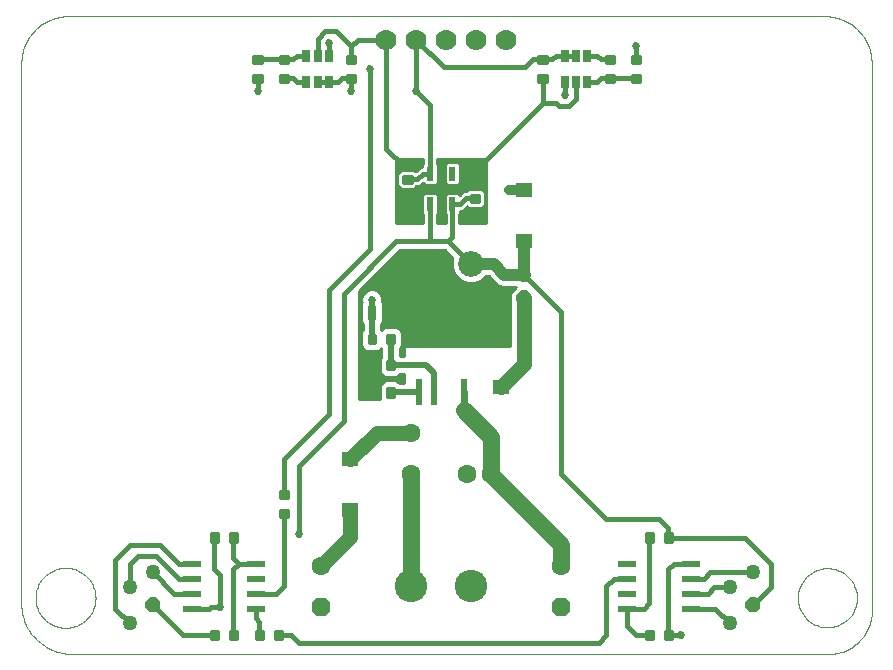
<source format=gtl>
G75*
%MOIN*%
%OFA0B0*%
%FSLAX24Y24*%
%IPPOS*%
%LPD*%
%AMOC8*
5,1,8,0,0,1.08239X$1,22.5*
%
%ADD10C,0.0000*%
%ADD11R,0.0256X0.0417*%
%ADD12OC8,0.0500*%
%ADD13C,0.0500*%
%ADD14OC8,0.0630*%
%ADD15C,0.0630*%
%ADD16C,0.0860*%
%ADD17R,0.0240X0.0870*%
%ADD18R,0.0315X0.0472*%
%ADD19R,0.0610X0.0236*%
%ADD20R,0.0579X0.0500*%
%ADD21C,0.0094*%
%ADD22C,0.0700*%
%ADD23C,0.1083*%
%ADD24R,0.0217X0.0472*%
%ADD25C,0.0160*%
%ADD26C,0.0270*%
%ADD27C,0.0500*%
%ADD28C,0.0100*%
%ADD29C,0.0400*%
%ADD30C,0.0240*%
%ADD31C,0.0550*%
%ADD32C,0.0200*%
%ADD33C,0.0320*%
D10*
X001975Y001286D02*
X027172Y001286D01*
X027245Y001295D01*
X027318Y001306D01*
X027390Y001322D01*
X027461Y001341D01*
X027531Y001364D01*
X027600Y001390D01*
X027668Y001420D01*
X027734Y001453D01*
X027798Y001490D01*
X027860Y001529D01*
X027920Y001572D01*
X027978Y001618D01*
X028033Y001666D01*
X028086Y001717D01*
X028136Y001771D01*
X028184Y001828D01*
X028228Y001887D01*
X028270Y001948D01*
X028308Y002010D01*
X028343Y002075D01*
X028375Y002142D01*
X028404Y002210D01*
X028428Y002279D01*
X028450Y002350D01*
X028468Y002421D01*
X028482Y002494D01*
X028492Y002567D01*
X028499Y002640D01*
X028502Y002714D01*
X028501Y002787D01*
X028497Y002861D01*
X028496Y002861D02*
X028496Y020971D01*
X028497Y020971D02*
X028495Y021048D01*
X028489Y021125D01*
X028480Y021202D01*
X028467Y021278D01*
X028450Y021354D01*
X028429Y021428D01*
X028405Y021502D01*
X028377Y021574D01*
X028346Y021644D01*
X028311Y021713D01*
X028273Y021781D01*
X028232Y021846D01*
X028187Y021909D01*
X028139Y021970D01*
X028089Y022029D01*
X028036Y022085D01*
X027980Y022138D01*
X027921Y022188D01*
X027860Y022236D01*
X027797Y022281D01*
X027732Y022322D01*
X027664Y022360D01*
X027595Y022395D01*
X027525Y022426D01*
X027453Y022454D01*
X027379Y022478D01*
X027305Y022499D01*
X027229Y022516D01*
X027153Y022529D01*
X027076Y022538D01*
X026999Y022544D01*
X026922Y022546D01*
X001725Y022546D01*
X001648Y022544D01*
X001571Y022538D01*
X001494Y022529D01*
X001418Y022516D01*
X001342Y022499D01*
X001268Y022478D01*
X001194Y022454D01*
X001122Y022426D01*
X001052Y022395D01*
X000983Y022360D01*
X000915Y022322D01*
X000850Y022281D01*
X000787Y022236D01*
X000726Y022188D01*
X000667Y022138D01*
X000611Y022085D01*
X000558Y022029D01*
X000508Y021970D01*
X000460Y021909D01*
X000415Y021846D01*
X000374Y021781D01*
X000336Y021713D01*
X000301Y021644D01*
X000270Y021574D01*
X000242Y021502D01*
X000218Y021428D01*
X000197Y021354D01*
X000180Y021278D01*
X000167Y021202D01*
X000158Y021125D01*
X000152Y021048D01*
X000150Y020971D01*
X000150Y002861D01*
X000626Y003156D02*
X000628Y003219D01*
X000634Y003281D01*
X000644Y003343D01*
X000657Y003405D01*
X000675Y003465D01*
X000696Y003524D01*
X000721Y003582D01*
X000750Y003638D01*
X000782Y003692D01*
X000817Y003744D01*
X000855Y003793D01*
X000897Y003841D01*
X000941Y003885D01*
X000989Y003927D01*
X001038Y003965D01*
X001090Y004000D01*
X001144Y004032D01*
X001200Y004061D01*
X001258Y004086D01*
X001317Y004107D01*
X001377Y004125D01*
X001439Y004138D01*
X001501Y004148D01*
X001563Y004154D01*
X001626Y004156D01*
X001689Y004154D01*
X001751Y004148D01*
X001813Y004138D01*
X001875Y004125D01*
X001935Y004107D01*
X001994Y004086D01*
X002052Y004061D01*
X002108Y004032D01*
X002162Y004000D01*
X002214Y003965D01*
X002263Y003927D01*
X002311Y003885D01*
X002355Y003841D01*
X002397Y003793D01*
X002435Y003744D01*
X002470Y003692D01*
X002502Y003638D01*
X002531Y003582D01*
X002556Y003524D01*
X002577Y003465D01*
X002595Y003405D01*
X002608Y003343D01*
X002618Y003281D01*
X002624Y003219D01*
X002626Y003156D01*
X002624Y003093D01*
X002618Y003031D01*
X002608Y002969D01*
X002595Y002907D01*
X002577Y002847D01*
X002556Y002788D01*
X002531Y002730D01*
X002502Y002674D01*
X002470Y002620D01*
X002435Y002568D01*
X002397Y002519D01*
X002355Y002471D01*
X002311Y002427D01*
X002263Y002385D01*
X002214Y002347D01*
X002162Y002312D01*
X002108Y002280D01*
X002052Y002251D01*
X001994Y002226D01*
X001935Y002205D01*
X001875Y002187D01*
X001813Y002174D01*
X001751Y002164D01*
X001689Y002158D01*
X001626Y002156D01*
X001563Y002158D01*
X001501Y002164D01*
X001439Y002174D01*
X001377Y002187D01*
X001317Y002205D01*
X001258Y002226D01*
X001200Y002251D01*
X001144Y002280D01*
X001090Y002312D01*
X001038Y002347D01*
X000989Y002385D01*
X000941Y002427D01*
X000897Y002471D01*
X000855Y002519D01*
X000817Y002568D01*
X000782Y002620D01*
X000750Y002674D01*
X000721Y002730D01*
X000696Y002788D01*
X000675Y002847D01*
X000657Y002907D01*
X000644Y002969D01*
X000634Y003031D01*
X000628Y003093D01*
X000626Y003156D01*
X000151Y002861D02*
X000158Y002780D01*
X000170Y002700D01*
X000186Y002620D01*
X000205Y002542D01*
X000228Y002464D01*
X000255Y002387D01*
X000285Y002312D01*
X000319Y002238D01*
X000356Y002166D01*
X000397Y002096D01*
X000441Y002028D01*
X000488Y001962D01*
X000538Y001898D01*
X000591Y001837D01*
X000648Y001779D01*
X000706Y001723D01*
X000768Y001670D01*
X000832Y001620D01*
X000898Y001573D01*
X000966Y001529D01*
X001036Y001489D01*
X001109Y001452D01*
X001182Y001418D01*
X001258Y001388D01*
X001334Y001362D01*
X001412Y001339D01*
X001491Y001320D01*
X001571Y001305D01*
X001651Y001294D01*
X001732Y001286D01*
X001813Y001282D01*
X001894Y001283D01*
X001975Y001287D01*
X026036Y003156D02*
X026038Y003218D01*
X026044Y003281D01*
X026054Y003342D01*
X026068Y003403D01*
X026085Y003463D01*
X026106Y003522D01*
X026132Y003579D01*
X026160Y003634D01*
X026192Y003688D01*
X026228Y003739D01*
X026266Y003789D01*
X026308Y003835D01*
X026352Y003879D01*
X026400Y003920D01*
X026449Y003958D01*
X026501Y003992D01*
X026555Y004023D01*
X026611Y004051D01*
X026669Y004075D01*
X026728Y004096D01*
X026788Y004112D01*
X026849Y004125D01*
X026911Y004134D01*
X026973Y004139D01*
X027036Y004140D01*
X027098Y004137D01*
X027160Y004130D01*
X027222Y004119D01*
X027282Y004104D01*
X027342Y004086D01*
X027400Y004064D01*
X027457Y004038D01*
X027512Y004008D01*
X027565Y003975D01*
X027616Y003939D01*
X027664Y003900D01*
X027710Y003857D01*
X027753Y003812D01*
X027793Y003764D01*
X027830Y003714D01*
X027864Y003661D01*
X027895Y003607D01*
X027921Y003551D01*
X027945Y003493D01*
X027964Y003433D01*
X027980Y003373D01*
X027992Y003311D01*
X028000Y003250D01*
X028004Y003187D01*
X028004Y003125D01*
X028000Y003062D01*
X027992Y003001D01*
X027980Y002939D01*
X027964Y002879D01*
X027945Y002819D01*
X027921Y002761D01*
X027895Y002705D01*
X027864Y002651D01*
X027830Y002598D01*
X027793Y002548D01*
X027753Y002500D01*
X027710Y002455D01*
X027664Y002412D01*
X027616Y002373D01*
X027565Y002337D01*
X027512Y002304D01*
X027457Y002274D01*
X027400Y002248D01*
X027342Y002226D01*
X027282Y002208D01*
X027222Y002193D01*
X027160Y002182D01*
X027098Y002175D01*
X027036Y002172D01*
X026973Y002173D01*
X026911Y002178D01*
X026849Y002187D01*
X026788Y002200D01*
X026728Y002216D01*
X026669Y002237D01*
X026611Y002261D01*
X026555Y002289D01*
X026501Y002320D01*
X026449Y002354D01*
X026400Y002392D01*
X026352Y002433D01*
X026308Y002477D01*
X026266Y002523D01*
X026228Y002573D01*
X026192Y002624D01*
X026160Y002678D01*
X026132Y002733D01*
X026106Y002790D01*
X026085Y002849D01*
X026068Y002909D01*
X026054Y002970D01*
X026044Y003031D01*
X026038Y003094D01*
X026036Y003156D01*
D11*
X019024Y020353D03*
X018650Y020353D03*
X018276Y020353D03*
X018276Y021219D03*
X018650Y021219D03*
X019024Y021219D03*
X010399Y021219D03*
X010025Y021219D03*
X009651Y021219D03*
X009651Y020353D03*
X010025Y020353D03*
X010399Y020353D03*
D12*
X016900Y013142D03*
X024531Y002906D03*
X004531Y002906D03*
D13*
X003769Y002306D03*
X003769Y003506D03*
X004531Y004006D03*
X016900Y013930D03*
X024531Y004006D03*
X023769Y003506D03*
X023769Y002306D03*
D14*
X018150Y002847D03*
X010150Y002847D03*
D15*
X010150Y004225D03*
X013150Y007286D03*
X013150Y008664D03*
X015006Y007286D03*
X015794Y007286D03*
X018150Y004225D03*
D16*
X015134Y014286D03*
X013166Y014286D03*
D17*
X013400Y012066D03*
X013900Y012066D03*
X014400Y012066D03*
X014900Y012066D03*
X014900Y010006D03*
X013900Y010006D03*
X013400Y010006D03*
D18*
X012544Y012661D03*
X011835Y012661D03*
D19*
X007963Y004286D03*
X007963Y003786D03*
X007963Y003286D03*
X007963Y002786D03*
X005837Y002786D03*
X005837Y003286D03*
X005837Y003786D03*
X005837Y004286D03*
X020337Y004286D03*
X020337Y003786D03*
X020337Y003286D03*
X020337Y002786D03*
X022463Y002786D03*
X022463Y003286D03*
X022463Y003786D03*
X022463Y004286D03*
D20*
X016150Y010190D03*
X016150Y011882D03*
X016900Y015065D03*
X016900Y016757D03*
X011123Y007769D03*
X011123Y006076D03*
D21*
X009040Y006081D02*
X009040Y005861D01*
X008760Y005861D01*
X008760Y006081D01*
X009040Y006081D01*
X009040Y005954D02*
X008760Y005954D01*
X008760Y006047D02*
X009040Y006047D01*
X009040Y006491D02*
X009040Y006711D01*
X009040Y006491D02*
X008760Y006491D01*
X008760Y006711D01*
X009040Y006711D01*
X009040Y006584D02*
X008760Y006584D01*
X008760Y006677D02*
X009040Y006677D01*
X007325Y005301D02*
X007105Y005301D01*
X007325Y005301D02*
X007325Y005021D01*
X007105Y005021D01*
X007105Y005301D01*
X007105Y005114D02*
X007325Y005114D01*
X007325Y005207D02*
X007105Y005207D01*
X007105Y005300D02*
X007325Y005300D01*
X006695Y005301D02*
X006475Y005301D01*
X006695Y005301D02*
X006695Y005021D01*
X006475Y005021D01*
X006475Y005301D01*
X006475Y005114D02*
X006695Y005114D01*
X006695Y005207D02*
X006475Y005207D01*
X006475Y005300D02*
X006695Y005300D01*
X006695Y001771D02*
X006475Y001771D01*
X006475Y002051D01*
X006695Y002051D01*
X006695Y001771D01*
X006695Y001864D02*
X006475Y001864D01*
X006475Y001957D02*
X006695Y001957D01*
X006695Y002050D02*
X006475Y002050D01*
X007105Y001771D02*
X007325Y001771D01*
X007105Y001771D02*
X007105Y002051D01*
X007325Y002051D01*
X007325Y001771D01*
X007325Y001864D02*
X007105Y001864D01*
X007105Y001957D02*
X007325Y001957D01*
X007325Y002050D02*
X007105Y002050D01*
X007975Y002051D02*
X008195Y002051D01*
X008195Y001771D01*
X007975Y001771D01*
X007975Y002051D01*
X007975Y001864D02*
X008195Y001864D01*
X008195Y001957D02*
X007975Y001957D01*
X007975Y002050D02*
X008195Y002050D01*
X008605Y002051D02*
X008825Y002051D01*
X008825Y001771D01*
X008605Y001771D01*
X008605Y002051D01*
X008605Y001864D02*
X008825Y001864D01*
X008825Y001957D02*
X008605Y001957D01*
X008605Y002050D02*
X008825Y002050D01*
X011725Y009866D02*
X011945Y009866D01*
X011725Y009866D02*
X011725Y010146D01*
X011945Y010146D01*
X011945Y009866D01*
X011945Y009959D02*
X011725Y009959D01*
X011725Y010052D02*
X011945Y010052D01*
X011945Y010145D02*
X011725Y010145D01*
X012355Y009866D02*
X012575Y009866D01*
X012355Y009866D02*
X012355Y010146D01*
X012575Y010146D01*
X012575Y009866D01*
X012575Y009959D02*
X012355Y009959D01*
X012355Y010052D02*
X012575Y010052D01*
X012575Y010145D02*
X012355Y010145D01*
X012355Y011051D02*
X012575Y011051D01*
X012575Y010771D01*
X012355Y010771D01*
X012355Y011051D01*
X012355Y010864D02*
X012575Y010864D01*
X012575Y010957D02*
X012355Y010957D01*
X012355Y011050D02*
X012575Y011050D01*
X011945Y011051D02*
X011725Y011051D01*
X011945Y011051D02*
X011945Y010771D01*
X011725Y010771D01*
X011725Y011051D01*
X011725Y010864D02*
X011945Y010864D01*
X011945Y010957D02*
X011725Y010957D01*
X011725Y011050D02*
X011945Y011050D01*
X011945Y011926D02*
X011725Y011926D01*
X011945Y011926D02*
X011945Y011646D01*
X011725Y011646D01*
X011725Y011926D01*
X011725Y011739D02*
X011945Y011739D01*
X011945Y011832D02*
X011725Y011832D01*
X011725Y011925D02*
X011945Y011925D01*
X012355Y011926D02*
X012575Y011926D01*
X012575Y011646D01*
X012355Y011646D01*
X012355Y011926D01*
X012355Y011739D02*
X012575Y011739D01*
X012575Y011832D02*
X012355Y011832D01*
X012355Y011925D02*
X012575Y011925D01*
X012885Y016361D02*
X012885Y016581D01*
X013165Y016581D01*
X013165Y016361D01*
X012885Y016361D01*
X012885Y016454D02*
X013165Y016454D01*
X013165Y016547D02*
X012885Y016547D01*
X012885Y016991D02*
X012885Y017211D01*
X013165Y017211D01*
X013165Y016991D01*
X012885Y016991D01*
X012885Y017084D02*
X013165Y017084D01*
X013165Y017177D02*
X012885Y017177D01*
X015415Y017211D02*
X015415Y016991D01*
X015135Y016991D01*
X015135Y017211D01*
X015415Y017211D01*
X015415Y017084D02*
X015135Y017084D01*
X015135Y017177D02*
X015415Y017177D01*
X015415Y016581D02*
X015415Y016361D01*
X015135Y016361D01*
X015135Y016581D01*
X015415Y016581D01*
X015415Y016454D02*
X015135Y016454D01*
X015135Y016547D02*
X015415Y016547D01*
X017385Y020361D02*
X017385Y020581D01*
X017665Y020581D01*
X017665Y020361D01*
X017385Y020361D01*
X017385Y020454D02*
X017665Y020454D01*
X017665Y020547D02*
X017385Y020547D01*
X017385Y020991D02*
X017385Y021211D01*
X017665Y021211D01*
X017665Y020991D01*
X017385Y020991D01*
X017385Y021084D02*
X017665Y021084D01*
X017665Y021177D02*
X017385Y021177D01*
X019635Y021211D02*
X019635Y020991D01*
X019635Y021211D02*
X019915Y021211D01*
X019915Y020991D01*
X019635Y020991D01*
X019635Y021084D02*
X019915Y021084D01*
X019915Y021177D02*
X019635Y021177D01*
X019635Y020581D02*
X019635Y020361D01*
X019635Y020581D02*
X019915Y020581D01*
X019915Y020361D01*
X019635Y020361D01*
X019635Y020454D02*
X019915Y020454D01*
X019915Y020547D02*
X019635Y020547D01*
X020790Y020581D02*
X020790Y020361D01*
X020510Y020361D01*
X020510Y020581D01*
X020790Y020581D01*
X020790Y020454D02*
X020510Y020454D01*
X020510Y020547D02*
X020790Y020547D01*
X020790Y020991D02*
X020790Y021211D01*
X020790Y020991D02*
X020510Y020991D01*
X020510Y021211D01*
X020790Y021211D01*
X020790Y021084D02*
X020510Y021084D01*
X020510Y021177D02*
X020790Y021177D01*
X011290Y021211D02*
X011290Y020991D01*
X011010Y020991D01*
X011010Y021211D01*
X011290Y021211D01*
X011290Y021084D02*
X011010Y021084D01*
X011010Y021177D02*
X011290Y021177D01*
X011290Y020581D02*
X011290Y020361D01*
X011010Y020361D01*
X011010Y020581D01*
X011290Y020581D01*
X011290Y020454D02*
X011010Y020454D01*
X011010Y020547D02*
X011290Y020547D01*
X009040Y020581D02*
X009040Y020361D01*
X008760Y020361D01*
X008760Y020581D01*
X009040Y020581D01*
X009040Y020454D02*
X008760Y020454D01*
X008760Y020547D02*
X009040Y020547D01*
X009040Y020991D02*
X009040Y021211D01*
X009040Y020991D02*
X008760Y020991D01*
X008760Y021211D01*
X009040Y021211D01*
X009040Y021084D02*
X008760Y021084D01*
X008760Y021177D02*
X009040Y021177D01*
X007885Y021211D02*
X007885Y020991D01*
X007885Y021211D02*
X008165Y021211D01*
X008165Y020991D01*
X007885Y020991D01*
X007885Y021084D02*
X008165Y021084D01*
X008165Y021177D02*
X007885Y021177D01*
X007885Y020581D02*
X007885Y020361D01*
X007885Y020581D02*
X008165Y020581D01*
X008165Y020361D01*
X007885Y020361D01*
X007885Y020454D02*
X008165Y020454D01*
X008165Y020547D02*
X007885Y020547D01*
X020975Y005301D02*
X021195Y005301D01*
X021195Y005021D01*
X020975Y005021D01*
X020975Y005301D01*
X020975Y005114D02*
X021195Y005114D01*
X021195Y005207D02*
X020975Y005207D01*
X020975Y005300D02*
X021195Y005300D01*
X021605Y005301D02*
X021825Y005301D01*
X021825Y005021D01*
X021605Y005021D01*
X021605Y005301D01*
X021605Y005114D02*
X021825Y005114D01*
X021825Y005207D02*
X021605Y005207D01*
X021605Y005300D02*
X021825Y005300D01*
X021825Y001771D02*
X021605Y001771D01*
X021605Y002051D01*
X021825Y002051D01*
X021825Y001771D01*
X021825Y001864D02*
X021605Y001864D01*
X021605Y001957D02*
X021825Y001957D01*
X021825Y002050D02*
X021605Y002050D01*
X021195Y001771D02*
X020975Y001771D01*
X020975Y002051D01*
X021195Y002051D01*
X021195Y001771D01*
X021195Y001864D02*
X020975Y001864D01*
X020975Y001957D02*
X021195Y001957D01*
X021195Y002050D02*
X020975Y002050D01*
D22*
X016323Y021758D03*
X015323Y021758D03*
X014323Y021758D03*
X013323Y021758D03*
X012323Y021758D03*
D23*
X013150Y003536D03*
X015150Y003536D03*
D24*
X014524Y016274D03*
X014150Y016274D03*
X013776Y016274D03*
X013776Y017298D03*
X014524Y017298D03*
D25*
X013776Y017298D02*
X013537Y017298D01*
X013340Y017101D01*
X013025Y017101D01*
X012900Y017536D02*
X012323Y018113D01*
X012323Y021758D01*
X011372Y021758D01*
X011150Y021536D01*
X011150Y021101D01*
X011150Y021536D02*
X010650Y022036D01*
X010275Y022036D01*
X010025Y021786D01*
X010025Y021219D01*
X009651Y021219D02*
X009333Y021219D01*
X009215Y021101D01*
X008900Y021101D01*
X008025Y021101D01*
X008025Y020471D02*
X008025Y020036D01*
X008900Y020471D02*
X009215Y020471D01*
X009333Y020353D01*
X009651Y020353D01*
X010025Y020353D02*
X010399Y020353D01*
X010717Y020353D01*
X010835Y020471D01*
X011150Y020471D01*
X011150Y020036D01*
X011775Y020786D02*
X011775Y014786D01*
X010400Y013411D01*
X010400Y009286D01*
X008900Y007786D01*
X008900Y006601D01*
X008900Y005971D02*
X008900Y003536D01*
X008650Y003286D01*
X007963Y003286D01*
X007963Y002786D02*
X007963Y002473D01*
X008085Y002351D01*
X008085Y001911D01*
X008715Y001911D02*
X009150Y001911D01*
X009400Y001661D01*
X019400Y001661D01*
X019650Y001911D01*
X019650Y003536D01*
X019900Y003786D01*
X020337Y003786D01*
X021085Y002971D02*
X020900Y002786D01*
X020337Y002786D01*
X020337Y002224D01*
X020650Y001911D01*
X021085Y001911D01*
X021715Y001911D02*
X022150Y001911D01*
X021715Y001911D02*
X021715Y004101D01*
X021900Y004286D01*
X022463Y004286D01*
X022463Y003786D02*
X022900Y003786D01*
X023120Y004006D01*
X024531Y004006D01*
X025150Y004286D02*
X025150Y003525D01*
X024531Y002906D01*
X023769Y002306D02*
X023289Y002786D01*
X022463Y002786D01*
X022463Y003286D02*
X023025Y003286D01*
X023245Y003506D01*
X023769Y003506D01*
X025150Y004286D02*
X024275Y005161D01*
X021715Y005161D01*
X021715Y005471D01*
X021400Y005786D01*
X019650Y005786D01*
X018150Y007286D01*
X018150Y012680D01*
X016900Y013930D01*
X015134Y014286D02*
X014384Y015036D01*
X013776Y015036D01*
X012650Y015036D01*
X010900Y013286D01*
X010900Y009036D01*
X009400Y007536D01*
X009400Y005286D01*
X007963Y004286D02*
X007400Y004286D01*
X007215Y004101D01*
X007215Y001911D01*
X006585Y001911D02*
X005526Y001911D01*
X004531Y002906D01*
X005251Y003286D02*
X004531Y004006D01*
X004650Y004536D02*
X004025Y004536D01*
X003769Y004280D01*
X003769Y003506D01*
X003275Y002800D02*
X003769Y002306D01*
X003275Y002800D02*
X003275Y004411D01*
X003775Y004911D01*
X004775Y004911D01*
X005400Y004286D01*
X005837Y004286D01*
X005837Y003786D02*
X005400Y003786D01*
X004650Y004536D01*
X005251Y003286D02*
X005837Y003286D01*
X006400Y002786D02*
X006461Y002847D01*
X006775Y002847D01*
X006775Y003911D01*
X006585Y004101D01*
X006585Y005161D01*
X007215Y005161D02*
X007215Y004471D01*
X007400Y004286D01*
X006400Y002786D02*
X005837Y002786D01*
X013776Y015036D02*
X013776Y016274D01*
X014524Y016274D02*
X014524Y015176D01*
X014384Y015036D01*
X014524Y016274D02*
X014763Y016274D01*
X014960Y016471D01*
X015275Y016471D01*
X015525Y017661D02*
X017525Y019661D01*
X017525Y020471D01*
X017525Y021101D02*
X017215Y021101D01*
X016948Y020834D01*
X014247Y020834D01*
X013323Y021758D01*
X013323Y020036D01*
X013775Y019584D01*
X013775Y017299D01*
X017525Y019661D02*
X017963Y019661D01*
X018088Y019536D01*
X018400Y019536D01*
X018650Y019786D01*
X018650Y020353D01*
X019024Y020353D02*
X019342Y020353D01*
X019460Y020471D01*
X019775Y020471D01*
X020650Y020471D01*
X020650Y021101D02*
X020650Y021536D01*
X019775Y021101D02*
X019460Y021101D01*
X019342Y021219D01*
X019024Y021219D01*
X018650Y021219D02*
X018276Y021219D01*
X017958Y021219D01*
X017840Y021101D01*
X017525Y021101D01*
X018276Y020353D02*
X018276Y019912D01*
X010399Y021219D02*
X010399Y021660D01*
X021085Y005161D02*
X021085Y002971D01*
D26*
X022150Y001911D03*
X009400Y005286D03*
X006775Y002847D03*
X011835Y013096D03*
X014150Y015786D03*
X016400Y016757D03*
X018276Y019912D03*
X020650Y021536D03*
X013323Y020036D03*
X011775Y020786D03*
X011150Y020036D03*
X010399Y021660D03*
X008025Y020036D03*
D27*
X016900Y013142D02*
X016900Y010940D01*
X016150Y010190D01*
X013150Y008664D02*
X012018Y008664D01*
X011123Y007769D01*
X011123Y006076D02*
X011123Y005198D01*
X010150Y004225D01*
D28*
X011400Y009786D02*
X011400Y013376D01*
X012770Y014746D01*
X014264Y014746D01*
X014524Y014486D01*
X014494Y014413D01*
X014494Y014159D01*
X014592Y013923D01*
X014772Y013743D01*
X015007Y013646D01*
X015262Y013646D01*
X015497Y013743D01*
X015629Y013876D01*
X015730Y013876D01*
X016024Y013582D01*
X016175Y013520D01*
X016627Y013520D01*
X016440Y013333D01*
X016440Y011536D01*
X012900Y011536D01*
X012900Y011221D01*
X012775Y011221D01*
X012775Y011482D01*
X012793Y011501D01*
X012832Y011595D01*
X012832Y011977D01*
X012793Y012071D01*
X012721Y012144D01*
X012626Y012183D01*
X012304Y012183D01*
X012209Y012144D01*
X012150Y012085D01*
X012145Y012090D01*
X012145Y012280D01*
X012203Y012338D01*
X012203Y012984D01*
X012174Y013013D01*
X012180Y013027D01*
X012180Y013165D01*
X012128Y013291D01*
X012030Y013389D01*
X011904Y013441D01*
X011766Y013441D01*
X011640Y013389D01*
X011543Y013291D01*
X011490Y013165D01*
X011490Y013027D01*
X011496Y013013D01*
X011468Y012984D01*
X011468Y012338D01*
X011525Y012280D01*
X011525Y012090D01*
X011507Y012071D01*
X011468Y011977D01*
X011468Y011595D01*
X011507Y011501D01*
X011579Y011428D01*
X011674Y011389D01*
X011996Y011389D01*
X012091Y011428D01*
X012150Y011487D01*
X012155Y011482D01*
X012155Y011215D01*
X012137Y011196D01*
X012097Y011102D01*
X012097Y010720D01*
X012137Y010626D01*
X012209Y010553D01*
X012304Y010514D01*
X012626Y010514D01*
X012721Y010553D01*
X012769Y010601D01*
X012900Y010601D01*
X012900Y010316D01*
X012769Y010316D01*
X012721Y010364D01*
X012626Y010403D01*
X012304Y010403D01*
X012209Y010364D01*
X012137Y010291D01*
X012097Y010197D01*
X012097Y009815D01*
X012110Y009786D01*
X011400Y009786D01*
X011400Y009856D02*
X012097Y009856D01*
X012097Y009954D02*
X011400Y009954D01*
X011400Y010053D02*
X012097Y010053D01*
X012097Y010151D02*
X011400Y010151D01*
X011400Y010250D02*
X012119Y010250D01*
X012193Y010348D02*
X011400Y010348D01*
X011400Y010447D02*
X012900Y010447D01*
X012900Y010545D02*
X012701Y010545D01*
X012737Y010348D02*
X012900Y010348D01*
X012229Y010545D02*
X011400Y010545D01*
X011400Y010644D02*
X012129Y010644D01*
X012097Y010742D02*
X011400Y010742D01*
X011400Y010841D02*
X012097Y010841D01*
X012097Y010939D02*
X011400Y010939D01*
X011400Y011038D02*
X012097Y011038D01*
X012112Y011136D02*
X011400Y011136D01*
X011400Y011235D02*
X012155Y011235D01*
X012155Y011333D02*
X011400Y011333D01*
X011400Y011432D02*
X011576Y011432D01*
X011494Y011530D02*
X011400Y011530D01*
X011400Y011629D02*
X011468Y011629D01*
X011468Y011727D02*
X011400Y011727D01*
X011400Y011826D02*
X011468Y011826D01*
X011468Y011924D02*
X011400Y011924D01*
X011400Y012023D02*
X011486Y012023D01*
X011525Y012121D02*
X011400Y012121D01*
X011400Y012220D02*
X011525Y012220D01*
X011487Y012318D02*
X011400Y012318D01*
X011400Y012417D02*
X011468Y012417D01*
X011468Y012515D02*
X011400Y012515D01*
X011400Y012614D02*
X011468Y012614D01*
X011468Y012712D02*
X011400Y012712D01*
X011400Y012811D02*
X011468Y012811D01*
X011468Y012909D02*
X011400Y012909D01*
X011400Y013008D02*
X011491Y013008D01*
X011490Y013106D02*
X011400Y013106D01*
X011400Y013205D02*
X011507Y013205D01*
X011554Y013303D02*
X011400Y013303D01*
X011426Y013402D02*
X011671Y013402D01*
X011524Y013500D02*
X016607Y013500D01*
X016509Y013402D02*
X011999Y013402D01*
X012116Y013303D02*
X016440Y013303D01*
X016440Y013205D02*
X012164Y013205D01*
X012180Y013106D02*
X016440Y013106D01*
X016440Y013008D02*
X012179Y013008D01*
X012203Y012909D02*
X016440Y012909D01*
X016440Y012811D02*
X012203Y012811D01*
X012203Y012712D02*
X016440Y012712D01*
X016440Y012614D02*
X012203Y012614D01*
X012203Y012515D02*
X016440Y012515D01*
X016440Y012417D02*
X012203Y012417D01*
X012183Y012318D02*
X016440Y012318D01*
X016440Y012220D02*
X012145Y012220D01*
X012145Y012121D02*
X012186Y012121D01*
X012744Y012121D02*
X016440Y012121D01*
X016440Y012023D02*
X012814Y012023D01*
X012832Y011924D02*
X016440Y011924D01*
X016440Y011826D02*
X012832Y011826D01*
X012832Y011727D02*
X016440Y011727D01*
X016440Y011629D02*
X012832Y011629D01*
X012805Y011530D02*
X012900Y011530D01*
X012900Y011432D02*
X012775Y011432D01*
X012775Y011333D02*
X012900Y011333D01*
X012900Y011235D02*
X012775Y011235D01*
X012155Y011432D02*
X012094Y011432D01*
X011623Y013599D02*
X016008Y013599D01*
X015909Y013697D02*
X015385Y013697D01*
X015549Y013796D02*
X015811Y013796D01*
X015150Y014302D02*
X015134Y014286D01*
X014494Y014288D02*
X012312Y014288D01*
X012214Y014190D02*
X014494Y014190D01*
X014522Y014091D02*
X012115Y014091D01*
X012017Y013993D02*
X014563Y013993D01*
X014621Y013894D02*
X011918Y013894D01*
X011820Y013796D02*
X014720Y013796D01*
X014884Y013697D02*
X011721Y013697D01*
X012411Y014387D02*
X014494Y014387D01*
X014524Y014485D02*
X012509Y014485D01*
X012608Y014584D02*
X014427Y014584D01*
X014328Y014682D02*
X012706Y014682D01*
X012650Y015661D02*
X012650Y017786D01*
X013545Y017786D01*
X013545Y017623D01*
X013518Y017596D01*
X013518Y017528D01*
X013442Y017528D01*
X013307Y017393D01*
X013284Y017371D01*
X013246Y017408D01*
X012804Y017408D01*
X012688Y017293D01*
X012688Y016909D01*
X012804Y016793D01*
X013246Y016793D01*
X013324Y016871D01*
X013435Y016871D01*
X013541Y016976D01*
X013606Y016912D01*
X013946Y016912D01*
X014034Y016999D01*
X014034Y017596D01*
X014005Y017625D01*
X014005Y017786D01*
X015650Y017786D01*
X015650Y015661D01*
X014754Y015661D01*
X014754Y015948D01*
X014782Y015976D01*
X014782Y016044D01*
X014858Y016044D01*
X014993Y016179D01*
X015016Y016201D01*
X015054Y016164D01*
X015496Y016164D01*
X015612Y016279D01*
X015612Y016663D01*
X015496Y016779D01*
X015054Y016779D01*
X014976Y016701D01*
X014865Y016701D01*
X014759Y016596D01*
X014694Y016660D01*
X014354Y016660D01*
X014266Y016573D01*
X014266Y015976D01*
X014294Y015948D01*
X014294Y015661D01*
X014006Y015661D01*
X014006Y015948D01*
X014034Y015976D01*
X014034Y016573D01*
X013946Y016660D01*
X013606Y016660D01*
X013518Y016573D01*
X013518Y015976D01*
X013546Y015948D01*
X013546Y015661D01*
X012650Y015661D01*
X012650Y015667D02*
X013546Y015667D01*
X013546Y015766D02*
X012650Y015766D01*
X012650Y015864D02*
X013546Y015864D01*
X013531Y015963D02*
X012650Y015963D01*
X012650Y016061D02*
X013518Y016061D01*
X013518Y016160D02*
X012650Y016160D01*
X012650Y016258D02*
X013518Y016258D01*
X013518Y016357D02*
X012650Y016357D01*
X012650Y016455D02*
X013518Y016455D01*
X013518Y016554D02*
X012650Y016554D01*
X012650Y016652D02*
X013597Y016652D01*
X013570Y016948D02*
X013512Y016948D01*
X013302Y016849D02*
X015650Y016849D01*
X015650Y016751D02*
X015524Y016751D01*
X015612Y016652D02*
X015650Y016652D01*
X015650Y016554D02*
X015612Y016554D01*
X015612Y016455D02*
X015650Y016455D01*
X015650Y016357D02*
X015612Y016357D01*
X015591Y016258D02*
X015650Y016258D01*
X015650Y016160D02*
X014974Y016160D01*
X014875Y016061D02*
X015650Y016061D01*
X015650Y015963D02*
X014769Y015963D01*
X014754Y015864D02*
X015650Y015864D01*
X015650Y015766D02*
X014754Y015766D01*
X014754Y015667D02*
X015650Y015667D01*
X014816Y016652D02*
X014703Y016652D01*
X014694Y016912D02*
X014354Y016912D01*
X014266Y016999D01*
X014266Y017596D01*
X014354Y017684D01*
X014694Y017684D01*
X014782Y017596D01*
X014782Y016999D01*
X014694Y016912D01*
X014730Y016948D02*
X015650Y016948D01*
X015650Y017046D02*
X014782Y017046D01*
X014782Y017145D02*
X015650Y017145D01*
X015650Y017243D02*
X014782Y017243D01*
X014782Y017342D02*
X015650Y017342D01*
X015650Y017440D02*
X014782Y017440D01*
X014782Y017539D02*
X015650Y017539D01*
X015650Y017637D02*
X014741Y017637D01*
X014307Y017637D02*
X014005Y017637D01*
X014005Y017736D02*
X015650Y017736D01*
X015026Y016751D02*
X012650Y016751D01*
X012650Y016849D02*
X012748Y016849D01*
X012688Y016948D02*
X012650Y016948D01*
X012650Y017046D02*
X012688Y017046D01*
X012688Y017145D02*
X012650Y017145D01*
X012650Y017243D02*
X012688Y017243D01*
X012650Y017342D02*
X012737Y017342D01*
X012650Y017440D02*
X013354Y017440D01*
X013518Y017539D02*
X012650Y017539D01*
X012650Y017637D02*
X013545Y017637D01*
X013545Y017736D02*
X012650Y017736D01*
X013775Y017299D02*
X013776Y017298D01*
X014034Y017342D02*
X014266Y017342D01*
X014266Y017440D02*
X014034Y017440D01*
X014034Y017539D02*
X014266Y017539D01*
X014266Y017243D02*
X014034Y017243D01*
X014034Y017145D02*
X014266Y017145D01*
X014266Y017046D02*
X014034Y017046D01*
X013982Y016948D02*
X014318Y016948D01*
X014345Y016652D02*
X013955Y016652D01*
X014034Y016554D02*
X014266Y016554D01*
X014266Y016455D02*
X014034Y016455D01*
X014034Y016357D02*
X014266Y016357D01*
X014266Y016258D02*
X014034Y016258D01*
X014034Y016160D02*
X014266Y016160D01*
X014266Y016061D02*
X014034Y016061D01*
X014021Y015963D02*
X014279Y015963D01*
X014294Y015864D02*
X014006Y015864D01*
X014006Y015766D02*
X014294Y015766D01*
X014294Y015667D02*
X014006Y015667D01*
X014150Y015786D02*
X014150Y016274D01*
D29*
X015134Y014286D02*
X015900Y014286D01*
X016256Y013930D01*
X016900Y013930D01*
X016900Y015065D01*
D30*
X014900Y010006D02*
X014900Y009411D01*
D31*
X015794Y008517D01*
X015794Y007286D01*
X018150Y004930D01*
X018150Y004225D01*
X013150Y003536D02*
X013150Y007286D01*
D32*
X013400Y010006D02*
X012465Y010006D01*
X012465Y010911D02*
X012465Y011786D01*
X011835Y011786D02*
X011835Y012661D01*
X011835Y013096D01*
X012465Y010911D02*
X013650Y010911D01*
X013900Y010661D01*
X013900Y010006D01*
D33*
X016400Y016757D02*
X016900Y016757D01*
M02*

</source>
